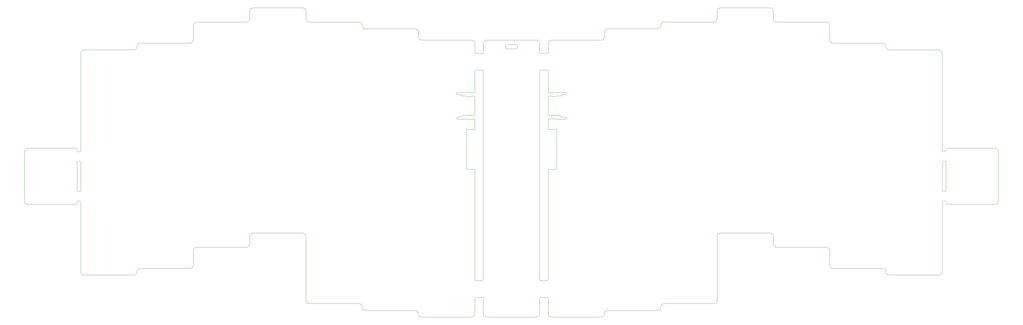
<source format=gm1>
%TF.GenerationSoftware,KiCad,Pcbnew,(6.0.2)*%
%TF.CreationDate,2022-02-21T01:35:30+08:00*%
%TF.ProjectId,jiran-ble-lite,6a697261-6e2d-4626-9c65-2d6c6974652e,r0.1*%
%TF.SameCoordinates,Original*%
%TF.FileFunction,Profile,NP*%
%FSLAX46Y46*%
G04 Gerber Fmt 4.6, Leading zero omitted, Abs format (unit mm)*
G04 Created by KiCad (PCBNEW (6.0.2)) date 2022-02-21 01:35:30*
%MOMM*%
%LPD*%
G01*
G04 APERTURE LIST*
%TA.AperFunction,Profile*%
%ADD10C,0.100000*%
%TD*%
G04 APERTURE END LIST*
D10*
X223266000Y-137668000D02*
G75*
G03*
X222758000Y-138176000I1J-508001D01*
G01*
X200787000Y-54610000D02*
G75*
G03*
X201295000Y-55118000I508001J1D01*
G01*
X65532000Y-106299000D02*
G75*
G03*
X66166996Y-105664004I0J634996D01*
G01*
X225671150Y-143256000D02*
G75*
G03*
X226814150Y-144399000I1143000J0D01*
G01*
X182880000Y-144399000D02*
X199644000Y-144399000D01*
X200787000Y-51816000D02*
G75*
G03*
X199644000Y-50673000I-1143000J0D01*
G01*
X67437000Y-55118000D02*
X67436989Y-87883999D01*
X204851000Y-50673000D02*
G75*
G03*
X203708000Y-51816000I0J-1143000D01*
G01*
X211836000Y-53594000D02*
X214630000Y-53594000D01*
X225171000Y-132080000D02*
G75*
G03*
X225679000Y-131572000I-1J508001D01*
G01*
X181737000Y-49530000D02*
G75*
G03*
X182880000Y-50673000I1143000J0D01*
G01*
X341114150Y-53975000D02*
X357878150Y-53975000D01*
X104394000Y-127889000D02*
G75*
G03*
X105537000Y-126746000I0J1143000D01*
G01*
X201295000Y-60706000D02*
G75*
G03*
X200787000Y-61214000I1J-508001D01*
G01*
X320921150Y-45720000D02*
X320921150Y-50546000D01*
X123444000Y-44577000D02*
X106680000Y-44577000D01*
X67436996Y-101346004D02*
X67436996Y-92201996D01*
X222758000Y-131572000D02*
G75*
G03*
X223266000Y-132080000I508001J1D01*
G01*
X320921150Y-126746000D02*
G75*
G03*
X322064150Y-127889000I1143000J0D01*
G01*
X264914150Y-44577000D02*
G75*
G03*
X263771150Y-45720000I0J-1143000D01*
G01*
X359029012Y-105664004D02*
X359021150Y-129032000D01*
X85344000Y-53975000D02*
G75*
G03*
X86487000Y-52832000I0J1143000D01*
G01*
X203708000Y-61214000D02*
G75*
G03*
X203200000Y-60706000I-508001J-1D01*
G01*
X211836000Y-52070000D02*
G75*
G03*
X211074000Y-52832000I1J-762001D01*
G01*
X200787000Y-51816000D02*
X200787000Y-54610000D01*
X360298996Y-101346004D02*
X360298996Y-92201996D01*
X226814150Y-50673000D02*
X243578150Y-50673000D01*
X360298996Y-92201996D02*
G75*
G03*
X359664000Y-91567000I-634996J0D01*
G01*
X283964150Y-115951000D02*
G75*
G03*
X282821150Y-117094000I0J-1143000D01*
G01*
X197993000Y-94361000D02*
X200787000Y-94361000D01*
X228498400Y-80873600D02*
X225704400Y-80873600D01*
X203708000Y-143256000D02*
X203708000Y-138176000D01*
X223266000Y-132080000D02*
X225171000Y-132080000D01*
X320921150Y-121920000D02*
G75*
G03*
X319778150Y-120777000I-1143000J0D01*
G01*
X359664008Y-105029008D02*
G75*
G03*
X359029012Y-105664004I0J-634996D01*
G01*
X245864150Y-142113000D02*
G75*
G03*
X244721150Y-143256000I0J-1143000D01*
G01*
X66167004Y-92201996D02*
X66167004Y-101346004D01*
X339971150Y-52832000D02*
G75*
G03*
X341114150Y-53975000I1143000J0D01*
G01*
X303014150Y-44577000D02*
X319778150Y-44577000D01*
X300728150Y-115951000D02*
X283964150Y-115951000D01*
X200787000Y-131572000D02*
X200787000Y-94361000D01*
X181737000Y-48006000D02*
G75*
G03*
X180594000Y-46863000I-1143000J0D01*
G01*
X203200000Y-55118000D02*
G75*
G03*
X203708000Y-54610000I-1J508001D01*
G01*
X264914150Y-44577000D02*
X281678150Y-44577000D01*
X225671150Y-51816000D02*
X225679000Y-54610000D01*
X339971150Y-52832000D02*
G75*
G03*
X338828150Y-51689000I-1143000J0D01*
G01*
X87630000Y-51689000D02*
G75*
G03*
X86487000Y-52832000I0J-1143000D01*
G01*
X228498400Y-94386400D02*
X228498400Y-80873600D01*
X162687000Y-140970000D02*
G75*
G03*
X161544000Y-139827000I-1143000J0D01*
G01*
X226814150Y-50673000D02*
G75*
G03*
X225671150Y-51816000I0J-1143000D01*
G01*
X194887000Y-77348000D02*
X200787000Y-77348000D01*
X199644000Y-144399000D02*
G75*
G03*
X200787000Y-143256000I0J1143000D01*
G01*
X222758000Y-54610000D02*
X222758000Y-51816000D01*
X359664000Y-91567000D02*
G75*
G03*
X359029004Y-92201996I0J-634996D01*
G01*
X359664000Y-101981000D02*
G75*
G03*
X360298996Y-101346004I0J634996D01*
G01*
X222758000Y-131572000D02*
X222758000Y-61214000D01*
X360934000Y-87249000D02*
X376928150Y-87249000D01*
X203200000Y-137668000D02*
X201295000Y-137668000D01*
X85344000Y-53975000D02*
X68580000Y-53975000D01*
X221615000Y-50673000D02*
X204851000Y-50673000D01*
X200787000Y-68448000D02*
X194887000Y-68448000D01*
X49530000Y-106299000D02*
X65532000Y-106299000D01*
X143637000Y-117094000D02*
X143637000Y-138684000D01*
X357878150Y-130175000D02*
X341114150Y-130175000D01*
X66802000Y-91567000D02*
G75*
G03*
X66167004Y-92201996I0J-634996D01*
G01*
X243578150Y-144399000D02*
X226814150Y-144399000D01*
X359029011Y-87883997D02*
G75*
G03*
X359664007Y-88518993I634996J0D01*
G01*
X301871150Y-43434000D02*
G75*
G03*
X303014150Y-44577000I1143000J0D01*
G01*
X211074000Y-52832000D02*
G75*
G03*
X211836000Y-53594000I762001J1D01*
G01*
X87630000Y-127889000D02*
X104394000Y-127889000D01*
X104394000Y-51689000D02*
G75*
G03*
X105537000Y-50546000I0J1143000D01*
G01*
X182880000Y-50673000D02*
X199644000Y-50673000D01*
X301871150Y-119634000D02*
G75*
G03*
X303014150Y-120777000I1143000J0D01*
G01*
X223266000Y-60706000D02*
G75*
G03*
X222758000Y-61214000I1J-508001D01*
G01*
X87630000Y-127889000D02*
G75*
G03*
X86487000Y-129032000I0J-1143000D01*
G01*
X225171000Y-55118000D02*
X223266000Y-55118000D01*
X201295000Y-137668000D02*
G75*
G03*
X200787000Y-138176000I1J-508001D01*
G01*
X124587000Y-119634000D02*
X124587000Y-117094000D01*
X283964150Y-39751000D02*
X300728150Y-39751000D01*
X243578150Y-144399000D02*
G75*
G03*
X244721150Y-143256000I0J1143000D01*
G01*
X162687000Y-140970000D02*
G75*
G03*
X163830000Y-142113000I1143000J0D01*
G01*
X106680000Y-44577000D02*
G75*
G03*
X105537000Y-45720000I0J-1143000D01*
G01*
X200787000Y-143256000D02*
X200787000Y-138176000D01*
X144780000Y-139827000D02*
X161544000Y-139827000D01*
X163830000Y-142113000D02*
X180594000Y-142113000D01*
X225679000Y-68448000D02*
X225679000Y-61214000D01*
X322064150Y-51689000D02*
X338828150Y-51689000D01*
X243578150Y-50673000D02*
G75*
G03*
X244721150Y-49530000I0J1143000D01*
G01*
X203708000Y-143256000D02*
G75*
G03*
X204851000Y-144399000I1143000J0D01*
G01*
X66166996Y-87884000D02*
G75*
G03*
X65532000Y-87249004I-634996J0D01*
G01*
X200787000Y-68448000D02*
X200787000Y-61214000D01*
X339971150Y-129032000D02*
G75*
G03*
X338828150Y-127889000I-1143000J0D01*
G01*
X197993000Y-80899000D02*
X197993000Y-94361000D01*
X162687000Y-45720000D02*
G75*
G03*
X163830000Y-46863000I1143000J0D01*
G01*
X301871150Y-40894000D02*
G75*
G03*
X300728150Y-39751000I-1143000J0D01*
G01*
X225679000Y-131572000D02*
X225671150Y-94386400D01*
X66802000Y-101981000D02*
G75*
G03*
X67436996Y-101346004I0J634996D01*
G01*
X222758000Y-143256000D02*
X222758000Y-138176000D01*
X359029004Y-101346004D02*
G75*
G03*
X359664000Y-101981000I634996J0D01*
G01*
X281678150Y-139827000D02*
G75*
G03*
X282821150Y-138684000I0J1143000D01*
G01*
X225679000Y-68448000D02*
X231614500Y-68448000D01*
X67437000Y-129032000D02*
G75*
G03*
X68580000Y-130175000I1143000J0D01*
G01*
X283964150Y-39751000D02*
G75*
G03*
X282821150Y-40894000I0J-1143000D01*
G01*
X262628150Y-142113000D02*
X245864150Y-142113000D01*
X143637000Y-117094000D02*
G75*
G03*
X142494000Y-115951000I-1143000J0D01*
G01*
X281678150Y-44577000D02*
G75*
G03*
X282821150Y-43434000I0J1143000D01*
G01*
X282821150Y-43434000D02*
X282821150Y-40894000D01*
X264914150Y-139827000D02*
G75*
G03*
X263771150Y-140970000I0J-1143000D01*
G01*
X143637000Y-138684000D02*
G75*
G03*
X144780000Y-139827000I1143000J0D01*
G01*
X338828150Y-127889000D02*
X322064150Y-127889000D01*
X201295000Y-55118000D02*
X203200000Y-55118000D01*
X221615000Y-144399000D02*
G75*
G03*
X222758000Y-143256000I0J1143000D01*
G01*
X67436988Y-105664004D02*
X67437000Y-129032000D01*
X203200000Y-132080000D02*
G75*
G03*
X203708000Y-131572000I-1J508001D01*
G01*
X125730000Y-115951000D02*
G75*
G03*
X124587000Y-117094000I0J-1143000D01*
G01*
X359021150Y-55118000D02*
X359029011Y-87883997D01*
X203708000Y-54610000D02*
X203708000Y-51816000D01*
X225671150Y-94386400D02*
X228498400Y-94386400D01*
X360299004Y-105664004D02*
G75*
G03*
X360934000Y-106299000I634996J0D01*
G01*
X67436996Y-92201996D02*
G75*
G03*
X66802000Y-91567000I-634996J0D01*
G01*
X65532000Y-87249004D02*
X49530000Y-87249000D01*
X357878150Y-130175000D02*
G75*
G03*
X359021150Y-129032000I0J1143000D01*
G01*
X231614500Y-77348000D02*
X225704400Y-77343000D01*
X359021150Y-55118000D02*
G75*
G03*
X357878150Y-53975000I-1143000J0D01*
G01*
X143637000Y-43434000D02*
G75*
G03*
X144780000Y-44577000I1143000J0D01*
G01*
X339971150Y-129032000D02*
G75*
G03*
X341114150Y-130175000I1143000J0D01*
G01*
X301871150Y-40894000D02*
X301871150Y-43434000D01*
X320921150Y-126746000D02*
X320921150Y-121920000D01*
X106680000Y-120777000D02*
X123444000Y-120777000D01*
X181737000Y-143256000D02*
G75*
G03*
X180594000Y-142113000I-1143000J0D01*
G01*
X181737000Y-48006000D02*
X181737000Y-49530000D01*
X142494000Y-39751000D02*
X125730000Y-39751000D01*
X106680000Y-120777000D02*
G75*
G03*
X105537000Y-121920000I0J-1143000D01*
G01*
X203200000Y-60706000D02*
X201295000Y-60706000D01*
X281678150Y-139827000D02*
X264914150Y-139827000D01*
X376928150Y-106299000D02*
X360934000Y-106299000D01*
X225679000Y-61214000D02*
G75*
G03*
X225171000Y-60706000I-508001J-1D01*
G01*
X360934000Y-87249000D02*
G75*
G03*
X360299004Y-87883996I0J-634996D01*
G01*
X143637000Y-43434000D02*
X143637000Y-40894000D01*
X215392000Y-52832000D02*
G75*
G03*
X214630000Y-52070000I-762001J-1D01*
G01*
X66166996Y-87884000D02*
G75*
G03*
X66801992Y-88518996I634996J0D01*
G01*
X67436988Y-105664004D02*
G75*
G03*
X66801992Y-105029008I-634996J0D01*
G01*
X161544000Y-44577000D02*
X144780000Y-44577000D01*
X222758000Y-51816000D02*
G75*
G03*
X221615000Y-50673000I-1143000J0D01*
G01*
X225671150Y-143256000D02*
X225679000Y-138176000D01*
X245864150Y-46863000D02*
G75*
G03*
X244721150Y-48006000I0J-1143000D01*
G01*
X225704400Y-77343000D02*
X225704400Y-80873600D01*
X359029004Y-92201996D02*
X359029004Y-101346004D01*
X66167004Y-101346004D02*
G75*
G03*
X66802000Y-101981000I634996J0D01*
G01*
X225171000Y-55118000D02*
G75*
G03*
X225679000Y-54610000I-1J508001D01*
G01*
X319778150Y-120777000D02*
X303014150Y-120777000D01*
X223266000Y-60706000D02*
X225171000Y-60706000D01*
X125730000Y-115951000D02*
X142494000Y-115951000D01*
X359664008Y-88518992D02*
G75*
G03*
X360299004Y-87883996I0J634996D01*
G01*
X68580000Y-130175000D02*
X85344000Y-130175000D01*
X203200000Y-132080000D02*
X201295000Y-132080000D01*
X200787000Y-80899000D02*
X197993000Y-80899000D01*
X68580000Y-53975000D02*
G75*
G03*
X67437000Y-55118000I0J-1143000D01*
G01*
X301871150Y-117094000D02*
G75*
G03*
X300728150Y-115951000I-1143000J0D01*
G01*
X123444000Y-120777000D02*
G75*
G03*
X124587000Y-119634000I0J1143000D01*
G01*
X244721150Y-48006000D02*
X244721150Y-49530000D01*
X282821150Y-117094000D02*
X282821150Y-138684000D01*
X124587000Y-40894000D02*
X124587000Y-43434000D01*
X105537000Y-45720000D02*
X105537000Y-50546000D01*
X181737000Y-143256000D02*
G75*
G03*
X182880000Y-144399000I1143000J0D01*
G01*
X320921150Y-50546000D02*
G75*
G03*
X322064150Y-51689000I1143000J0D01*
G01*
X203708000Y-138176000D02*
G75*
G03*
X203200000Y-137668000I-508001J-1D01*
G01*
X301871150Y-119634000D02*
X301871150Y-117094000D01*
X85344000Y-130175000D02*
G75*
G03*
X86487000Y-129032000I0J1143000D01*
G01*
X214630000Y-53594000D02*
G75*
G03*
X215392000Y-52832000I-1J762001D01*
G01*
X204851000Y-144399000D02*
X221615000Y-144399000D01*
X162687000Y-45720000D02*
G75*
G03*
X161544000Y-44577000I-1143000J0D01*
G01*
X66801992Y-105029008D02*
G75*
G03*
X66166996Y-105664004I0J-634996D01*
G01*
X360299004Y-105664004D02*
G75*
G03*
X359664008Y-105029008I-634996J0D01*
G01*
X225679000Y-138176000D02*
G75*
G03*
X225171000Y-137668000I-508001J-1D01*
G01*
X123444000Y-44577000D02*
G75*
G03*
X124587000Y-43434000I0J1143000D01*
G01*
X262628150Y-142113000D02*
G75*
G03*
X263771150Y-140970000I0J1143000D01*
G01*
X320921150Y-45720000D02*
G75*
G03*
X319778150Y-44577000I-1143000J0D01*
G01*
X125730000Y-39751000D02*
G75*
G03*
X124587000Y-40894000I0J-1143000D01*
G01*
X200787000Y-131572000D02*
G75*
G03*
X201295000Y-132080000I508001J1D01*
G01*
X245864150Y-46863000D02*
X262628150Y-46863000D01*
X105537000Y-126746000D02*
X105537000Y-121920000D01*
X223266000Y-137668000D02*
X225171000Y-137668000D01*
X211836000Y-52070000D02*
X214630000Y-52070000D01*
X203708000Y-131572000D02*
X203708000Y-61214000D01*
X49530000Y-87249000D02*
G75*
G03*
X48387000Y-88392000I0J-1143000D01*
G01*
X378071150Y-88392000D02*
G75*
G03*
X376928150Y-87249000I-1143000J0D01*
G01*
X376928150Y-106299000D02*
G75*
G03*
X378071150Y-105156000I0J1143000D01*
G01*
X222758000Y-54610000D02*
G75*
G03*
X223266000Y-55118000I508001J1D01*
G01*
X143637000Y-40894000D02*
G75*
G03*
X142494000Y-39751000I-1143000J0D01*
G01*
X48387000Y-88392000D02*
X48387000Y-105156000D01*
X378071150Y-88392000D02*
X378071150Y-105156000D01*
X200787000Y-77348000D02*
X200787000Y-80899000D01*
X66801993Y-88518995D02*
G75*
G03*
X67436989Y-87883999I0J634996D01*
G01*
X262628150Y-46863000D02*
G75*
G03*
X263771150Y-45720000I0J1143000D01*
G01*
X180594000Y-46863000D02*
X163830000Y-46863000D01*
X104394000Y-51689000D02*
X87630000Y-51689000D01*
X48387000Y-105156000D02*
G75*
G03*
X49530000Y-106299000I1143000J0D01*
G01*
%TO.C,J4*%
X228464500Y-69553000D02*
X229914500Y-69553000D01*
X230164500Y-76698000D02*
X231614500Y-76698000D01*
X230164500Y-69303000D02*
X230164500Y-69098000D01*
X225714500Y-69853000D02*
X225714500Y-75943000D01*
X227214500Y-69803000D02*
X228214500Y-69803000D01*
X230164500Y-76493000D02*
X230164500Y-76698000D01*
X226464500Y-69553000D02*
X226964500Y-69553000D01*
X226464500Y-76243000D02*
X226964500Y-76243000D01*
X227214500Y-75993000D02*
X228214500Y-75993000D01*
X225714500Y-69853000D02*
X226464500Y-69553000D01*
X228464500Y-76243000D02*
X229914500Y-76243000D01*
X225714500Y-75943000D02*
X226464500Y-76243000D01*
X230164500Y-69098000D02*
X231614500Y-69098000D01*
X231614500Y-77348000D02*
G75*
G03*
X231939500Y-77023000I-2J325002D01*
G01*
X229914501Y-69553001D02*
G75*
G03*
X230164500Y-69303000I-2J250001D01*
G01*
X228464500Y-76243000D02*
G75*
G03*
X228214501Y-75993001I-249999J0D01*
G01*
X227214499Y-75992999D02*
G75*
G03*
X226964500Y-76243000I2J-250001D01*
G01*
X226964500Y-69553000D02*
G75*
G03*
X227214499Y-69802999I249999J0D01*
G01*
X231614500Y-69098000D02*
G75*
G03*
X231939500Y-68773000I-2J325002D01*
G01*
X230164500Y-76493000D02*
G75*
G03*
X229914501Y-76243001I-249999J0D01*
G01*
X231939500Y-68773000D02*
G75*
G03*
X231614500Y-68448000I-325002J-2D01*
G01*
X228214501Y-69803001D02*
G75*
G03*
X228464500Y-69553000I-2J250001D01*
G01*
X231939500Y-77023000D02*
G75*
G03*
X231614500Y-76698000I-325002J-2D01*
G01*
%TO.C,J1*%
X198037000Y-69553000D02*
X196587000Y-69553000D01*
X196337000Y-76493000D02*
X196337000Y-76698000D01*
X196337000Y-69098000D02*
X194887000Y-69098000D01*
X200787000Y-69853000D02*
X200037000Y-69553000D01*
X199287000Y-75993000D02*
X198287000Y-75993000D01*
X200037000Y-76243000D02*
X199537000Y-76243000D01*
X196337000Y-69303000D02*
X196337000Y-69098000D01*
X199287000Y-69803000D02*
X198287000Y-69803000D01*
X200037000Y-69553000D02*
X199537000Y-69553000D01*
X198037000Y-76243000D02*
X196587000Y-76243000D01*
X200787000Y-75943000D02*
X200037000Y-76243000D01*
X196337000Y-76698000D02*
X194887000Y-76698000D01*
X200787000Y-75943000D02*
X200787000Y-69853000D01*
X198286999Y-75992999D02*
G75*
G03*
X198037000Y-76243000I2J-250001D01*
G01*
X194562000Y-77023000D02*
G75*
G03*
X194887000Y-77348000I325002J2D01*
G01*
X196337000Y-69303000D02*
G75*
G03*
X196586999Y-69552999I249999J0D01*
G01*
X196586999Y-76242999D02*
G75*
G03*
X196337000Y-76493000I2J-250001D01*
G01*
X198037000Y-69553000D02*
G75*
G03*
X198286999Y-69802999I249999J0D01*
G01*
X194887000Y-68448000D02*
G75*
G03*
X194562000Y-68773000I2J-325002D01*
G01*
X199287001Y-69803001D02*
G75*
G03*
X199537000Y-69553000I-2J250001D01*
G01*
X194887000Y-76698000D02*
G75*
G03*
X194562000Y-77023000I2J-325002D01*
G01*
X194562000Y-68773000D02*
G75*
G03*
X194887000Y-69098000I325002J2D01*
G01*
X199537000Y-76243000D02*
G75*
G03*
X199287001Y-75993001I-249999J0D01*
G01*
%TD*%
M02*

</source>
